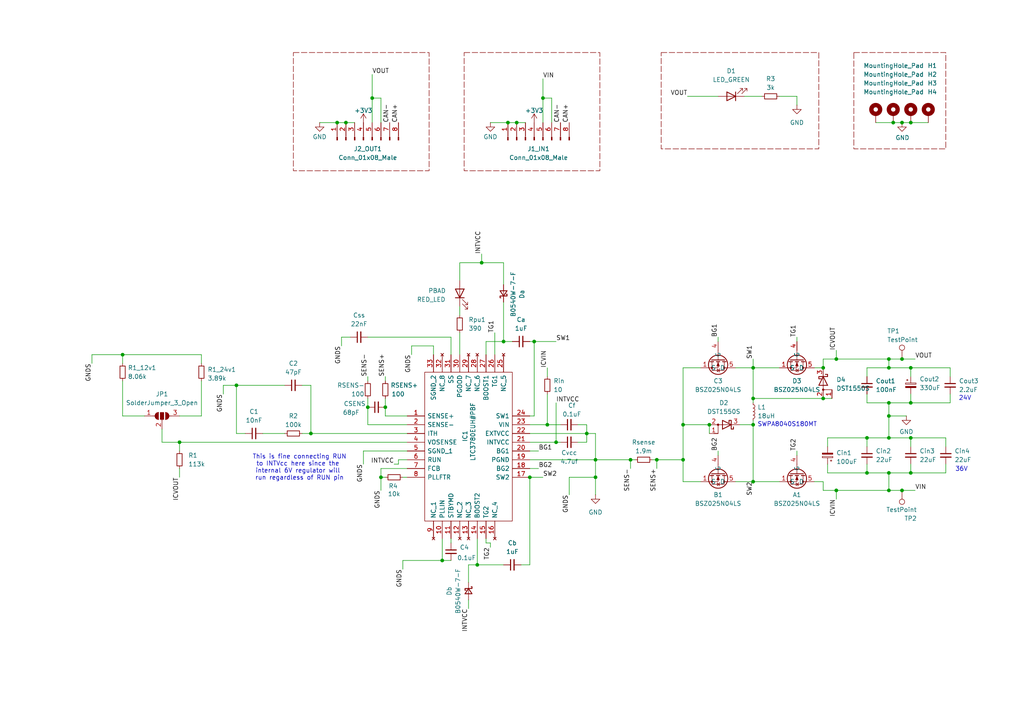
<source format=kicad_sch>
(kicad_sch (version 20250114) (generator "eeschema") (generator_version "9.0")
  (paper "A4")
  (lib_symbols
    (symbol "Connector:Conn_01x08_Male" (pin_names (offset 1.016) (hide yes))
      (property "Reference" "J" (at 0 10.16 0))
      (property "Value" "Conn_01x08_Male" (at 0 -12.7 0))
      (symbol "Conn_01x08_Male_1_1"
        (rectangle (start 0.8636 7.747) (end 0 7.493) (stroke (width 0.1524)) (fill (type outline)))
        (rectangle (start 0.8636 5.207) (end 0 4.953) (stroke (width 0.1524)) (fill (type outline)))
        (rectangle (start 0.8636 2.667) (end 0 2.413) (stroke (width 0.1524)) (fill (type outline)))
        (rectangle (start 0.8636 0.127) (end 0 -0.127) (stroke (width 0.1524)) (fill (type outline)))
        (rectangle (start 0.8636 -2.413) (end 0 -2.667) (stroke (width 0.1524)) (fill (type outline)))
        (rectangle (start 0.8636 -4.953) (end 0 -5.207) (stroke (width 0.1524)) (fill (type outline)))
        (rectangle (start 0.8636 -7.493) (end 0 -7.747) (stroke (width 0.1524)) (fill (type outline)))
        (rectangle (start 0.8636 -10.033) (end 0 -10.287) (stroke (width 0.1524)) (fill (type outline)))
        (polyline (pts (xy 1.27 7.62) (xy 0.8636 7.62)) (stroke (width 0.1524)))
        (polyline (pts (xy 1.27 5.08) (xy 0.8636 5.08)) (stroke (width 0.1524)))
        (polyline (pts (xy 1.27 2.54) (xy 0.8636 2.54)) (stroke (width 0.1524)))
        (polyline (pts (xy 1.27 0) (xy 0.8636 0)) (stroke (width 0.1524)))
        (polyline (pts (xy 1.27 -2.54) (xy 0.8636 -2.54)) (stroke (width 0.1524)))
        (polyline (pts (xy 1.27 -5.08) (xy 0.8636 -5.08)) (stroke (width 0.1524)))
        (polyline (pts (xy 1.27 -7.62) (xy 0.8636 -7.62)) (stroke (width 0.1524)))
        (polyline (pts (xy 1.27 -10.16) (xy 0.8636 -10.16)) (stroke (width 0.1524)))
        (pin passive line (at 5.08 7.62 180) (length 3.81) (name "Pin_1") (number "1"))
        (pin passive line (at 5.08 5.08 180) (length 3.81) (name "Pin_2") (number "2"))
        (pin passive line (at 5.08 2.54 180) (length 3.81) (name "Pin_3") (number "3"))
        (pin passive line (at 5.08 0 180) (length 3.81) (name "Pin_4") (number "4"))
        (pin passive line (at 5.08 -2.54 180) (length 3.81) (name "Pin_5") (number "5"))
        (pin passive line (at 5.08 -5.08 180) (length 3.81) (name "Pin_6") (number "6"))
        (pin passive line (at 5.08 -7.62 180) (length 3.81) (name "Pin_7") (number "7"))
        (pin passive line (at 5.08 -10.16 180) (length 3.81) (name "Pin_8") (number "8"))
      )
    )
    (symbol "Connector:TestPoint" (pin_numbers (hide yes)) (pin_names (offset 0.762) (hide yes))
      (property "Reference" "TP" (at 0 6.858 0))
      (property "Value" "TestPoint" (at 0 5.08 0))
      (symbol "TestPoint_0_1"
        (circle (center 0 3.302) (radius 0.762))
      )
      (symbol "TestPoint_1_1"
        (pin passive line (at 0 0 90) (length 2.54) (name "1") (number "1"))
      )
    )
    (symbol "Device:C_Polarized_Small" (pin_numbers (hide yes)) (pin_names (offset 0.254) (hide yes))
      (property "Reference" "C" (at 0.254 1.778 0))
      (property "Value" "C_Polarized_Small" (at 0.254 -2.032 0))
      (symbol "C_Polarized_Small_0_1"
        (rectangle (start -1.524 0.6858) (end 1.524 0.3048))
        (rectangle (start -1.524 -0.3048) (end 1.524 -0.6858) (fill (type outline)))
        (polyline (pts (xy -1.27 1.524) (xy -0.762 1.524)))
        (polyline (pts (xy -1.016 1.27) (xy -1.016 1.778)))
      )
      (symbol "C_Polarized_Small_1_1"
        (pin passive line (at 0 2.54 270) (length 1.8542) (name "~") (number "1"))
        (pin passive line (at 0 -2.54 90) (length 1.8542) (name "~") (number "2"))
      )
    )
    (symbol "Device:C_Small" (pin_numbers (hide yes)) (pin_names (offset 0.254) (hide yes))
      (property "Reference" "C" (at 0.254 1.778 0))
      (property "Value" "C_Small" (at 0.254 -2.032 0))
      (symbol "C_Small_0_1"
        (polyline (pts (xy -1.524 0.508) (xy 1.524 0.508)) (stroke (width 0.3048)))
        (polyline (pts (xy -1.524 -0.508) (xy 1.524 -0.508)) (stroke (width 0.3302)))
      )
      (symbol "C_Small_1_1"
        (pin passive line (at 0 2.54 270) (length 2.032) (name "~") (number "1"))
        (pin passive line (at 0 -2.54 90) (length 2.032) (name "~") (number "2"))
      )
    )
    (symbol "Device:D_Schottky_AAK" (pin_names (offset 0) (hide yes))
      (property "Reference" "D" (at 0 2.54 0))
      (property "Value" "D_Schottky_AAK" (at 0 -2.54 0))
      (symbol "D_Schottky_AAK_0_1"
        (polyline (pts (xy -1.905 0.635) (xy -1.905 1.27) (xy -1.27 1.27) (xy -1.27 -1.27) (xy -0.635 -1.27) (xy -0.635 -0.635)) (stroke (width 0.254)))
        (polyline (pts (xy 1.27 1.27) (xy 1.27 -1.27) (xy -1.27 0) (xy 1.27 1.27)) (stroke (width 0.254)))
        (circle (center 2.54 0) (radius 0.254) (fill (type outline)))
        (polyline (pts (xy 3.81 2.54) (xy 2.54 2.54) (xy 2.54 0) (xy -1.27 0)))
      )
      (symbol "D_Schottky_AAK_1_1"
        (pin passive line (at -3.81 0 0) (length 2.54) (name "K") (number "3"))
        (pin passive line (at 5.08 2.54 180) (length 2.54) (name "A") (number "1"))
        (pin passive line (at 5.08 0 180) (length 2.54) (name "A") (number "2"))
      )
    )
    (symbol "Device:D_Schottky_Small" (pin_numbers (hide yes)) (pin_names (offset 0.254) (hide yes))
      (property "Reference" "D" (at -1.27 2.032 0))
      (property "Value" "D_Schottky_Small" (at -7.112 -2.032 0))
      (symbol "D_Schottky_Small_0_1"
        (polyline (pts (xy -1.27 0.762) (xy -1.27 1.016) (xy -0.762 1.016) (xy -0.762 -1.016) (xy -0.254 -1.016) (xy -0.254 -0.762)) (stroke (width 0.254)))
        (polyline (pts (xy -0.762 0) (xy 0.762 0)))
        (polyline (pts (xy 0.762 -1.016) (xy -0.762 0) (xy 0.762 1.016) (xy 0.762 -1.016)) (stroke (width 0.254)))
      )
      (symbol "D_Schottky_Small_1_1"
        (pin passive line (at -2.54 0 0) (length 1.778) (name "K") (number "1"))
        (pin passive line (at 2.54 0 180) (length 1.778) (name "A") (number "2"))
      )
    )
    (symbol "Device:LED" (pin_numbers (hide yes)) (pin_names (offset 1.016) (hide yes))
      (property "Reference" "D" (at 0 2.54 0))
      (property "Value" "LED" (at 0 -2.54 0))
      (symbol "LED_0_1"
        (polyline (pts (xy -3.048 -0.762) (xy -4.572 -2.286) (xy -3.81 -2.286) (xy -4.572 -2.286) (xy -4.572 -1.524)))
        (polyline (pts (xy -1.778 -0.762) (xy -3.302 -2.286) (xy -2.54 -2.286) (xy -3.302 -2.286) (xy -3.302 -1.524)))
        (polyline (pts (xy -1.27 0) (xy 1.27 0)))
        (polyline (pts (xy -1.27 -1.27) (xy -1.27 1.27)) (stroke (width 0.254)))
        (polyline (pts (xy 1.27 -1.27) (xy 1.27 1.27) (xy -1.27 0) (xy 1.27 -1.27)) (stroke (width 0.254)))
      )
      (symbol "LED_1_1"
        (pin passive line (at -3.81 0 0) (length 2.54) (name "K") (number "1"))
        (pin passive line (at 3.81 0 180) (length 2.54) (name "A") (number "2"))
      )
    )
    (symbol "Device:L_Small" (pin_numbers (hide yes)) (pin_names (offset 0.254) (hide yes))
      (property "Reference" "L" (at 0.762 1.016 0))
      (property "Value" "L_Small" (at 0.762 -1.016 0))
      (symbol "L_Small_0_1"
        (arc (start 0 2.032) (mid 0.5058 1.524) (end 0 1.016))
        (arc (start 0 1.016) (mid 0.5058 0.508) (end 0 0))
        (arc (start 0 0) (mid 0.5058 -0.508) (end 0 -1.016))
        (arc (start 0 -1.016) (mid 0.5058 -1.524) (end 0 -2.032))
      )
      (symbol "L_Small_1_1"
        (pin passive line (at 0 2.54 270) (length 0.508) (name "~") (number "1"))
        (pin passive line (at 0 -2.54 90) (length 0.508) (name "~") (number "2"))
      )
    )
    (symbol "Device:R_Small" (pin_numbers (hide yes)) (pin_names (offset 0.254) (hide yes))
      (property "Reference" "R" (at 0.762 0.508 0))
      (property "Value" "R_Small" (at 0.762 -1.016 0))
      (symbol "R_Small_0_1"
        (rectangle (start -0.762 1.778) (end 0.762 -1.778) (stroke (width 0.2032)))
      )
      (symbol "R_Small_1_1"
        (pin passive line (at 0 2.54 270) (length 0.762) (name "~") (number "1"))
        (pin passive line (at 0 -2.54 90) (length 0.762) (name "~") (number "2"))
      )
    )
    (symbol "Jumper:SolderJumper_3_Open" (pin_names (offset 0) (hide yes)) (exclude_from_sim yes) (in_bom no)
      (property "Reference" "JP" (at -2.54 -2.54 0))
      (property "Value" "SolderJumper_3_Open" (at 0 2.794 0))
      (symbol "SolderJumper_3_Open_0_1"
        (polyline (pts (xy -2.54 0) (xy -2.032 0)))
        (polyline (pts (xy -1.016 1.016) (xy -1.016 -1.016)))
        (arc (start -1.016 -1.016) (mid -2.0276 0) (end -1.016 1.016))
        (arc (start -1.016 -1.016) (mid -2.0276 0) (end -1.016 1.016) (fill (type outline)))
        (rectangle (start -0.508 1.016) (end 0.508 -1.016) (fill (type outline)))
        (polyline (pts (xy 0 -1.27) (xy 0 -1.016)))
        (arc (start 1.016 1.016) (mid 2.0276 0) (end 1.016 -1.016))
        (arc (start 1.016 1.016) (mid 2.0276 0) (end 1.016 -1.016) (fill (type outline)))
        (polyline (pts (xy 1.016 1.016) (xy 1.016 -1.016)))
        (polyline (pts (xy 2.54 0) (xy 2.032 0)))
      )
      (symbol "SolderJumper_3_Open_1_1"
        (pin passive line (at -5.08 0 0) (length 2.54) (name "A") (number "1"))
        (pin passive line (at 0 -3.81 90) (length 2.54) (name "C") (number "2"))
        (pin passive line (at 5.08 0 180) (length 2.54) (name "B") (number "3"))
      )
    )
    (symbol "LTC3780EUH#PBF:LTC3780EUH#PBF" (pin_names (offset 0.762))
      (property "Reference" "IC1" (at 16.764 -5.842 90))
      (property "Value" "LTC3780EUH#PBF" (at 19.05 -4.572 90))
      (symbol "LTC3780EUH#PBF_0_0"
        (pin passive line (at 0 0 0) (length 5.08) (name "SENSE+") (number "1"))
        (pin passive line (at 0 -2.54 0) (length 5.08) (name "SENSE-") (number "2"))
        (pin passive line (at 0 -5.08 0) (length 5.08) (name "ITH") (number "3"))
        (pin passive line (at 0 -7.62 0) (length 5.08) (name "VOSENSE") (number "4"))
        (pin passive line (at 0 -10.16 0) (length 5.08) (name "SGND_1") (number "5"))
        (pin passive line (at 0 -12.7 0) (length 5.08) (name "RUN") (number "6"))
        (pin passive line (at 0 -15.24 0) (length 5.08) (name "FCB") (number "7"))
        (pin passive line (at 7.62 17.78 270) (length 5.08) (name "SGND_2") (number "33"))
        (pin passive line (at 10.16 -35.56 90) (length 5.08) (name "PLLIN") (number "10"))
        (pin passive line (at 12.7 17.78 270) (length 5.08) (name "SS") (number "31"))
        (pin passive line (at 12.7 -35.56 90) (length 5.08) (name "STBYMD") (number "11"))
        (pin passive line (at 15.24 17.78 270) (length 5.08) (name "PGOOD") (number "30"))
        (pin passive line (at 20.32 -35.56 90) (length 5.08) (name "BOOST2") (number "14"))
        (pin passive line (at 22.86 17.78 270) (length 5.08) (name "BOOST1") (number "27"))
        (pin passive line (at 22.86 -35.56 90) (length 5.08) (name "TG2") (number "15"))
        (pin passive line (at 25.4 17.78 270) (length 5.08) (name "TG1") (number "26"))
        (pin passive line (at 35.56 0 180) (length 5.08) (name "SW1") (number "24"))
        (pin passive line (at 35.56 -2.54 180) (length 5.08) (name "VIN") (number "23"))
        (pin passive line (at 35.56 -5.08 180) (length 5.08) (name "EXTVCC") (number "22"))
        (pin passive line (at 35.56 -7.62 180) (length 5.08) (name "INTVCC") (number "21"))
        (pin passive line (at 35.56 -10.16 180) (length 5.08) (name "BG1") (number "20"))
        (pin passive line (at 35.56 -12.7 180) (length 5.08) (name "PGND") (number "19"))
        (pin passive line (at 35.56 -15.24 180) (length 5.08) (name "BG2") (number "18"))
        (pin passive line (at 35.56 -17.78 180) (length 5.08) (name "SW2") (number "17"))
      )
      (symbol "LTC3780EUH#PBF_0_1"
        (polyline (pts (xy 5.08 12.7) (xy 30.48 12.7) (xy 30.48 -30.48) (xy 5.08 -30.48) (xy 5.08 12.7)) (stroke (width 0.1524)))
      )
      (symbol "LTC3780EUH#PBF_1_0"
        (pin passive line (at 0 -17.78 0) (length 5.08) (name "PLLFTR") (number "8"))
        (pin no_connect line (at 7.62 -35.56 90) (length 5.08) (name "NC_1") (number "9"))
        (pin no_connect line (at 10.16 17.78 270) (length 5.08) (name "NC_8") (number "32"))
        (pin no_connect line (at 15.24 -35.56 90) (length 5.08) (name "NC_2") (number "12"))
        (pin no_connect line (at 17.78 17.78 270) (length 5.08) (name "NC_7") (number "29"))
        (pin no_connect line (at 17.78 -35.56 90) (length 5.08) (name "NC_3") (number "13"))
        (pin no_connect line (at 20.32 17.78 270) (length 5.08) (name "NC_6") (number "28"))
        (pin no_connect line (at 25.4 -35.56 90) (length 5.08) (name "NC_4") (number "16"))
        (pin no_connect line (at 27.94 17.78 270) (length 5.08) (name "NC_5") (number "25"))
      )
    )
    (symbol "Mechanical:MountingHole_Pad" (pin_numbers (hide yes)) (pin_names (offset 1.016) (hide yes))
      (property "Reference" "H" (at 0 6.35 0))
      (property "Value" "MountingHole_Pad" (at 0 4.445 0))
      (symbol "MountingHole_Pad_0_1"
        (circle (center 0 1.27) (radius 1.27) (stroke (width 1.27)))
      )
      (symbol "MountingHole_Pad_1_1"
        (pin input line (at 0 -2.54 90) (length 2.54) (name "1") (number "1"))
      )
    )
    (symbol "iclr:BSZ025N04LS"
      (property "Reference" "Q" (at -0.762 15.748 0))
      (property "Value" "BSZ025N04LS" (at -6.604 13.208 0))
      (symbol "BSZ025N04LS_0_1"
        (polyline (pts (xy -1.016 1.905) (xy -1.016 -1.905)) (stroke (width 0.254)))
        (polyline (pts (xy -1.016 0) (xy -3.81 0)))
        (polyline (pts (xy -0.508 2.286) (xy -0.508 1.27)) (stroke (width 0.254)))
        (polyline (pts (xy -0.508 0.508) (xy -0.508 -0.508)) (stroke (width 0.254)))
        (polyline (pts (xy -0.508 -1.27) (xy -0.508 -2.286)) (stroke (width 0.254)))
        (polyline (pts (xy -0.508 -1.778) (xy 2.032 -1.778) (xy 2.032 1.778) (xy -0.508 1.778)))
        (polyline (pts (xy -0.254 0) (xy 0.762 0.381) (xy 0.762 -0.381) (xy -0.254 0)) (fill (type outline)))
        (circle (center 0.381 0) (radius 2.794) (stroke (width 0.254)))
        (polyline (pts (xy 1.27 2.54) (xy 1.27 1.778)))
        (circle (center 1.27 1.778) (radius 0.254) (fill (type outline)))
        (circle (center 1.27 -1.778) (radius 0.254) (fill (type outline)))
        (polyline (pts (xy 1.27 -2.54) (xy 1.27 0) (xy -0.508 0)))
        (polyline (pts (xy 1.524 0.508) (xy 1.651 0.381) (xy 2.413 0.381) (xy 2.54 0.254)))
        (polyline (pts (xy 2.032 0.381) (xy 1.651 -0.254) (xy 2.413 -0.254) (xy 2.032 0.381)))
      )
      (symbol "BSZ025N04LS_1_1"
        (pin input line (at -6.35 0 0) (length 2.54) (name "G") (number "4"))
        (pin passive line (at 1.27 5.08 270) (length 2.54) (name "D") (number "5"))
        (pin passive line (at 1.27 5.08 270) (length 2.54) (hide yes) (name "D") (number "6"))
        (pin passive line (at 1.27 5.08 270) (length 2.54) (hide yes) (name "D") (number "7"))
        (pin passive line (at 1.27 5.08 270) (length 2.54) (hide yes) (name "D") (number "8"))
        (pin passive line (at 1.27 5.08 270) (length 2.54) (hide yes) (name "D") (number "A5"))
        (pin passive line (at 1.27 -5.08 90) (length 2.54) (name "S") (number "1"))
        (pin passive line (at 1.27 -5.08 90) (length 2.54) (hide yes) (name "S") (number "2"))
        (pin passive line (at 1.27 -5.08 90) (length 2.54) (hide yes) (name "S") (number "3"))
        (pin passive line (at 1.27 -5.08 90) (length 2.54) (hide yes) (name "S") (number "A1"))
      )
    )
    (symbol "power:+3V3" (power) (pin_names (offset 0))
      (property "Value" "+3V3" (at 0 3.556 0))
      (symbol "+3V3_0_1"
        (polyline (pts (xy -0.762 1.27) (xy 0 2.54)))
        (polyline (pts (xy 0 2.54) (xy 0.762 1.27)))
        (polyline (pts (xy 0 0) (xy 0 2.54)))
      )
      (symbol "+3V3_1_1"
        (pin power_in line (at 0 0 90) (length 0) (hide yes) (name "+3V3") (number "1"))
      )
    )
    (symbol "power:GND" (power) (pin_numbers (hide yes)) (pin_names (offset 0) (hide yes))
      (property "Value" "GND" (at 0 -3.81 0))
      (symbol "GND_0_1"
        (polyline (pts (xy 0 0) (xy 0 -1.27) (xy 1.27 -1.27) (xy 0 -2.54) (xy -1.27 -1.27) (xy 0 -1.27)))
      )
      (symbol "GND_1_1"
        (pin power_in line (at 0 0 270) (length 0) (name "~") (number "1"))
      )
    )
  )
  (rectangle (start 85.09 15.24) (end 124.46 49.53) (stroke (width 0) (type dash) (color 132 0 0 1)))
  (rectangle (start 134.62 15.24) (end 173.99 49.53) (stroke (width 0) (type dash) (color 132 0 0 1)))
  (rectangle (start 247.65 15.24) (end 274.32 43.18) (stroke (width 0) (type dash) (color 132 0 0 1)))
  (rectangle (start 191.77 15.24) (end 237.49 43.18) (stroke (width 0) (type dash) (color 132 0 0 1)))
  (text "SWPA8040S180MT" (at 228.346 123.19 0) (effects (font (size 1.27 1.27))))
  (text "This is fine connecting RUN\nto INTVcc here since the \ninternal 6V regulator will \nrun regardless of RUN pin" (at 86.868 135.636 0) (effects (font (size 1.27 1.27))))
  (text "24V" (at 279.908 115.57 0) (effects (font (size 1.27 1.27))))
  (text "36V" (at 278.892 136.144 0) (effects (font (size 1.27 1.27))))
  (junction (at 257.81 116.84))
  (junction (at 157.48 28.448))
  (junction (at 218.44 123.19))
  (junction (at 198.12 123.19))
  (junction (at 261.62 104.14))
  (junction (at 149.86 35.56))
  (junction (at 251.46 137.16))
  (junction (at 257.81 104.14))
  (junction (at 128.27 162.56))
  (junction (at 107.95 28.448))
  (junction (at 238.76 115.57))
  (junction (at 218.44 139.7))
  (junction (at 259.08 35.56))
  (junction (at 35.56 102.87))
  (junction (at 264.16 116.84))
  (junction (at 198.12 133.35))
  (junction (at 190.5 133.35))
  (junction (at 68.58 111.76))
  (junction (at 106.68 118.11))
  (junction (at 261.62 35.56))
  (junction (at 161.29 128.27))
  (junction (at 242.57 104.14))
  (junction (at 139.7 76.2))
  (junction (at 52.07 128.27))
  (junction (at 218.44 115.57))
  (junction (at 257.81 120.65))
  (junction (at 257.81 142.24))
  (junction (at 218.44 106.68))
  (junction (at 172.72 138.43))
  (junction (at 172.72 133.35))
  (junction (at 138.43 163.83))
  (junction (at 111.76 118.11))
  (junction (at 257.81 137.16))
  (junction (at 238.76 106.68))
  (junction (at 257.81 127))
  (junction (at 153.67 138.43))
  (junction (at 97.79 35.56))
  (junction (at 264.16 35.56))
  (junction (at 242.57 142.24))
  (junction (at 205.74 123.19))
  (junction (at 264.16 137.16))
  (junction (at 146.05 99.06))
  (junction (at 264.16 106.68))
  (junction (at 261.62 142.24))
  (junction (at 257.81 106.68))
  (junction (at 147.32 35.56))
  (junction (at 170.18 125.73))
  (junction (at 154.94 99.06))
  (junction (at 110.49 138.43))
  (junction (at 264.16 127))
  (junction (at 100.33 35.56))
  (junction (at 158.75 123.19))
  (junction (at 90.17 125.73))
  (junction (at 251.46 127))
  (junction (at 182.88 133.35))
  (wire (pts (xy 140.97 99.06) (xy 140.97 102.87)))
  (wire (pts (xy 115.57 133.35) (xy 118.11 133.35)))
  (wire (pts (xy 257.81 116.84) (xy 264.16 116.84)))
  (wire (pts (xy 153.67 135.89) (xy 156.21 135.89)))
  (wire (pts (xy 208.28 97.79) (xy 208.28 99.06)))
  (wire (pts (xy 107.95 21.59) (xy 107.95 28.448)))
  (wire (pts (xy 107.95 28.448) (xy 107.95 35.56)))
  (wire (pts (xy 264.16 114.3) (xy 264.16 116.84)))
  (wire (pts (xy 264.16 35.56) (xy 261.62 35.56)))
  (wire (pts (xy 143.51 96.52) (xy 143.51 102.87)))
  (wire (pts (xy 153.67 130.81) (xy 156.21 130.81)))
  (wire (pts (xy 218.44 106.68) (xy 218.44 115.57)))
  (wire (pts (xy 259.08 35.56) (xy 254 35.56)))
  (wire (pts (xy 26.67 102.87) (xy 26.67 105.41)))
  (wire (pts (xy 135.89 168.91) (xy 135.89 163.83)))
  (wire (pts (xy 203.2 106.68) (xy 198.12 106.68)))
  (wire (pts (xy 251.46 127) (xy 257.81 127)))
  (wire (pts (xy 240.03 137.16) (xy 251.46 137.16)))
  (wire (pts (xy 257.81 142.24) (xy 261.62 142.24)))
  (wire (pts (xy 218.44 121.92) (xy 218.44 123.19)))
  (wire (pts (xy 110.49 138.43) (xy 111.76 138.43)))
  (wire (pts (xy 242.57 101.6) (xy 242.57 104.14)))
  (wire (pts (xy 58.42 110.49) (xy 58.42 120.65)))
  (wire (pts (xy 68.58 111.76) (xy 64.77 111.76)))
  (wire (pts (xy 97.79 35.56) (xy 100.33 35.56)))
  (wire (pts (xy 106.68 97.79) (xy 130.81 97.79)))
  (wire (pts (xy 218.44 115.57) (xy 238.76 115.57)))
  (wire (pts (xy 133.35 88.9) (xy 133.35 91.44)))
  (wire (pts (xy 46.99 124.46) (xy 46.99 128.27)))
  (wire (pts (xy 240.03 127) (xy 240.03 129.54)))
  (wire (pts (xy 87.63 125.73) (xy 90.17 125.73)))
  (wire (pts (xy 154.94 99.06) (xy 154.94 120.65)))
  (wire (pts (xy 215.9 27.94) (xy 220.98 27.94)))
  (wire (pts (xy 71.12 125.73) (xy 68.58 125.73)))
  (wire (pts (xy 116.84 162.56) (xy 116.84 165.1)))
  (wire (pts (xy 269.24 35.56) (xy 264.16 35.56)))
  (wire (pts (xy 128.27 162.56) (xy 130.81 162.56)))
  (wire (pts (xy 128.27 156.21) (xy 128.27 162.56)))
  (wire (pts (xy 190.5 133.35) (xy 198.12 133.35)))
  (wire (pts (xy 257.81 137.16) (xy 257.81 142.24)))
  (wire (pts (xy 182.88 133.35) (xy 184.15 133.35)))
  (wire (pts (xy 198.12 133.35) (xy 198.12 139.7)))
  (wire (pts (xy 116.84 162.56) (xy 128.27 162.56)))
  (wire (pts (xy 160.02 28.448) (xy 160.02 35.56)))
  (wire (pts (xy 115.57 134.62) (xy 115.57 133.35)))
  (wire (pts (xy 130.81 97.79) (xy 130.81 102.87)))
  (wire (pts (xy 264.16 106.68) (xy 264.16 109.22)))
  (wire (pts (xy 115.57 134.62) (xy 114.3 134.62)))
  (wire (pts (xy 208.28 130.81) (xy 208.28 132.08)))
  (wire (pts (xy 172.72 143.51) (xy 172.72 138.43)))
  (wire (pts (xy 238.76 115.57) (xy 241.3 115.57)))
  (wire (pts (xy 105.41 130.81) (xy 118.11 130.81)))
  (wire (pts (xy 135.89 176.53) (xy 135.89 173.99)))
  (wire (pts (xy 153.67 125.73) (xy 170.18 125.73)))
  (wire (pts (xy 106.68 109.22) (xy 106.68 110.49)))
  (wire (pts (xy 106.68 118.11) (xy 106.68 123.19)))
  (wire (pts (xy 35.56 102.87) (xy 58.42 102.87)))
  (wire (pts (xy 41.91 120.65) (xy 35.56 120.65)))
  (wire (pts (xy 165.1 138.43) (xy 172.72 138.43)))
  (wire (pts (xy 35.56 102.87) (xy 35.56 105.41)))
  (wire (pts (xy 158.75 106.68) (xy 158.75 109.22)))
  (wire (pts (xy 139.7 73.66) (xy 139.7 76.2)))
  (wire (pts (xy 26.67 102.87) (xy 35.56 102.87)))
  (wire (pts (xy 242.57 104.14) (xy 238.76 104.14)))
  (wire (pts (xy 116.84 138.43) (xy 118.11 138.43)))
  (wire (pts (xy 146.05 76.2) (xy 146.05 82.55)))
  (wire (pts (xy 140.97 157.48) (xy 140.97 156.21)))
  (wire (pts (xy 139.7 76.2) (xy 146.05 76.2)))
  (wire (pts (xy 218.44 139.7) (xy 226.06 139.7)))
  (wire (pts (xy 264.16 137.16) (xy 274.32 137.16)))
  (wire (pts (xy 172.72 125.73) (xy 172.72 133.35)))
  (wire (pts (xy 275.59 109.22) (xy 275.59 106.68)))
  (wire (pts (xy 157.48 22.86) (xy 157.48 28.448)))
  (wire (pts (xy 170.18 128.27) (xy 170.18 125.73)))
  (wire (pts (xy 218.44 106.68) (xy 226.06 106.68)))
  (wire (pts (xy 251.46 137.16) (xy 257.81 137.16)))
  (wire (pts (xy 275.59 106.68) (xy 264.16 106.68)))
  (wire (pts (xy 105.41 130.81) (xy 105.41 134.62)))
  (wire (pts (xy 231.14 130.81) (xy 231.14 132.08)))
  (wire (pts (xy 119.38 100.33) (xy 119.38 102.87)))
  (wire (pts (xy 154.94 99.06) (xy 153.67 99.06)))
  (wire (pts (xy 153.67 123.19) (xy 158.75 123.19)))
  (wire (pts (xy 111.76 109.22) (xy 111.76 110.49)))
  (wire (pts (xy 167.64 128.27) (xy 170.18 128.27)))
  (wire (pts (xy 257.81 120.65) (xy 262.89 120.65)))
  (wire (pts (xy 133.35 76.2) (xy 133.35 81.28)))
  (wire (pts (xy 146.05 99.06) (xy 148.59 99.06)))
  (wire (pts (xy 110.49 135.89) (xy 110.49 138.43)))
  (wire (pts (xy 119.38 100.33) (xy 125.73 100.33)))
  (wire (pts (xy 90.17 111.76) (xy 90.17 125.73)))
  (wire (pts (xy 251.46 134.62) (xy 251.46 137.16)))
  (wire (pts (xy 111.76 115.57) (xy 111.76 118.11)))
  (wire (pts (xy 251.46 109.22) (xy 251.46 106.68)))
  (wire (pts (xy 149.86 35.56) (xy 152.4 35.56)))
  (wire (pts (xy 257.81 116.84) (xy 257.81 120.65)))
  (wire (pts (xy 90.17 125.73) (xy 118.11 125.73)))
  (wire (pts (xy 231.14 97.79) (xy 231.14 99.06)))
  (wire (pts (xy 153.67 138.43) (xy 157.48 138.43)))
  (wire (pts (xy 170.18 123.19) (xy 170.18 125.73)))
  (wire (pts (xy 157.48 28.448) (xy 160.02 28.448)))
  (wire (pts (xy 261.62 104.14) (xy 265.43 104.14)))
  (wire (pts (xy 251.46 127) (xy 240.03 127)))
  (wire (pts (xy 76.2 125.73) (xy 82.55 125.73)))
  (wire (pts (xy 199.39 27.94) (xy 208.28 27.94)))
  (wire (pts (xy 218.44 123.19) (xy 218.44 139.7)))
  (wire (pts (xy 264.16 127) (xy 264.16 129.54)))
  (wire (pts (xy 154.94 99.06) (xy 161.29 99.06)))
  (wire (pts (xy 153.67 128.27) (xy 161.29 128.27)))
  (wire (pts (xy 274.32 129.54) (xy 274.32 127)))
  (wire (pts (xy 125.73 100.33) (xy 125.73 102.87)))
  (wire (pts (xy 264.16 134.62) (xy 264.16 137.16)))
  (wire (pts (xy 106.68 115.57) (xy 106.68 118.11)))
  (wire (pts (xy 261.62 142.24) (xy 265.43 142.24)))
  (wire (pts (xy 251.46 116.84) (xy 257.81 116.84)))
  (wire (pts (xy 35.56 110.49) (xy 35.56 120.65)))
  (wire (pts (xy 52.07 128.27) (xy 118.11 128.27)))
  (wire (pts (xy 153.67 120.65) (xy 154.94 120.65)))
  (wire (pts (xy 182.88 133.35) (xy 182.88 135.89)))
  (wire (pts (xy 158.75 123.19) (xy 162.56 123.19)))
  (wire (pts (xy 257.81 106.68) (xy 264.16 106.68)))
  (wire (pts (xy 99.06 100.33) (xy 99.06 97.79)))
  (wire (pts (xy 205.74 123.19) (xy 205.74 125.73)))
  (wire (pts (xy 261.62 35.56) (xy 259.08 35.56)))
  (wire (pts (xy 264.16 116.84) (xy 275.59 116.84)))
  (wire (pts (xy 257.81 120.65) (xy 257.81 127)))
  (wire (pts (xy 238.76 139.7) (xy 238.76 142.24)))
  (wire (pts (xy 165.1 143.51) (xy 165.1 138.43)))
  (wire (pts (xy 198.12 123.19) (xy 205.74 123.19)))
  (wire (pts (xy 157.48 28.448) (xy 157.48 35.56)))
  (wire (pts (xy 146.05 87.63) (xy 146.05 99.06)))
  (wire (pts (xy 161.29 128.27) (xy 162.56 128.27)))
  (wire (pts (xy 52.07 128.27) (xy 46.99 128.27)))
  (wire (pts (xy 68.58 111.76) (xy 82.55 111.76)))
  (wire (pts (xy 138.43 163.83) (xy 146.05 163.83)))
  (wire (pts (xy 68.58 125.73) (xy 68.58 111.76)))
  (wire (pts (xy 251.46 114.3) (xy 251.46 116.84)))
  (wire (pts (xy 161.29 116.84) (xy 161.29 128.27)))
  (wire (pts (xy 231.14 27.94) (xy 231.14 30.48)))
  (wire (pts (xy 213.36 106.68) (xy 218.44 106.68)))
  (wire (pts (xy 257.81 137.16) (xy 264.16 137.16)))
  (wire (pts (xy 238.76 142.24) (xy 242.57 142.24)))
  (wire (pts (xy 64.77 111.76) (xy 64.77 114.3)))
  (wire (pts (xy 172.72 138.43) (xy 172.72 133.35)))
  (wire (pts (xy 133.35 102.87) (xy 133.35 96.52)))
  (wire (pts (xy 135.89 163.83) (xy 138.43 163.83)))
  (wire (pts (xy 118.11 120.65) (xy 111.76 120.65)))
  (wire (pts (xy 87.63 111.76) (xy 90.17 111.76)))
  (wire (pts (xy 153.67 163.83) (xy 153.67 138.43)))
  (wire (pts (xy 274.32 134.62) (xy 274.32 137.16)))
  (wire (pts (xy 110.49 138.43) (xy 110.49 142.24)))
  (wire (pts (xy 92.71 35.56) (xy 97.79 35.56)))
  (wire (pts (xy 190.5 135.89) (xy 190.5 133.35)))
  (wire (pts (xy 242.57 104.14) (xy 257.81 104.14)))
  (wire (pts (xy 151.13 163.83) (xy 153.67 163.83)))
  (wire (pts (xy 275.59 116.84) (xy 275.59 114.3)))
  (wire (pts (xy 240.03 134.62) (xy 240.03 137.16)))
  (wire (pts (xy 242.57 142.24) (xy 257.81 142.24)))
  (wire (pts (xy 214.63 123.19) (xy 218.44 123.19)))
  (wire (pts (xy 238.76 104.14) (xy 238.76 106.68)))
  (wire (pts (xy 198.12 106.68) (xy 198.12 123.19)))
  (wire (pts (xy 100.33 35.56) (xy 102.87 35.56)))
  (wire (pts (xy 264.16 127) (xy 274.32 127)))
  (wire (pts (xy 257.81 127) (xy 264.16 127)))
  (wire (pts (xy 198.12 123.19) (xy 198.12 133.35)))
  (wire (pts (xy 158.75 114.3) (xy 158.75 123.19)))
  (wire (pts (xy 153.67 133.35) (xy 172.72 133.35)))
  (wire (pts (xy 110.49 28.448) (xy 110.49 35.56)))
  (wire (pts (xy 251.46 106.68) (xy 257.81 106.68)))
  (wire (pts (xy 111.76 118.11) (xy 111.76 120.65)))
  (wire (pts (xy 52.07 135.89) (xy 52.07 138.43)))
  (wire (pts (xy 198.12 139.7) (xy 203.2 139.7)))
  (wire (pts (xy 139.7 76.2) (xy 133.35 76.2)))
  (wire (pts (xy 99.06 97.79) (xy 101.6 97.79)))
  (wire (pts (xy 147.32 35.56) (xy 149.86 35.56)))
  (wire (pts (xy 172.72 133.35) (xy 182.88 133.35)))
  (wire (pts (xy 213.36 139.7) (xy 218.44 139.7)))
  (wire (pts (xy 257.81 104.14) (xy 261.62 104.14)))
  (wire (pts (xy 189.23 133.35) (xy 190.5 133.35)))
  (wire (pts (xy 218.44 116.84) (xy 218.44 115.57)))
  (wire (pts (xy 52.07 120.65) (xy 58.42 120.65)))
  (wire (pts (xy 236.22 106.68) (xy 238.76 106.68)))
  (wire (pts (xy 142.24 157.48) (xy 142.24 158.75)))
  (wire (pts (xy 142.24 157.48) (xy 140.97 157.48)))
  (wire (pts (xy 52.07 128.27) (xy 52.07 130.81)))
  (wire (pts (xy 138.43 156.21) (xy 138.43 163.83)))
  (wire (pts (xy 107.95 28.448) (xy 110.49 28.448)))
  (wire (pts (xy 170.18 125.73) (xy 172.72 125.73)))
  (wire (pts (xy 251.46 129.54) (xy 251.46 127)))
  (wire (pts (xy 142.24 35.56) (xy 147.32 35.56)))
  (wire (pts (xy 106.68 123.19) (xy 118.11 123.19)))
  (wire (pts (xy 140.97 99.06) (xy 146.05 99.06)))
  (wire (pts (xy 130.81 156.21) (xy 130.81 157.48)))
  (wire (pts (xy 242.57 142.24) (xy 242.57 144.78)))
  (wire (pts (xy 118.11 135.89) (xy 110.49 135.89)))
  (wire (pts (xy 257.81 104.14) (xy 257.81 106.68)))
  (wire (pts (xy 226.06 27.94) (xy 231.14 27.94)))
  (wire (pts (xy 236.22 139.7) (xy 238.76 139.7)))
  (wire (pts (xy 58.42 102.87) (xy 58.42 105.41)))
  (wire (pts (xy 167.64 123.19) (xy 170.18 123.19)))
  (wire (pts (xy 218.44 104.14) (xy 218.44 106.68)))
  (label "CAN+" (at 115.57 35.56 90))
  (label "SW1" (at 218.44 104.14 90))
  (label "SENS+" (at 111.76 109.22 90))
  (label "CAN+" (at 165.1 35.56 90))
  (label "CAN-" (at 162.56 35.56 90))
  (label "VOUT" (at 107.95 21.59 0))
  (label "TG1" (at 231.14 97.79 90))
  (label "INTVCC" (at 135.89 176.53 270))
  (label "GNDS" (at 99.06 100.33 270))
  (label "BG1" (at 208.28 97.79 90))
  (label "SENS+" (at 190.5 135.89 270))
  (label "VIN" (at 265.43 142.24 0))
  (label "TG2" (at 142.24 158.75 270))
  (label "GNDS" (at 26.67 105.41 270))
  (label "SW2" (at 157.48 138.43 0))
  (label "GNDS" (at 105.41 134.62 270))
  (label "ICVIN" (at 242.57 144.78 270))
  (label "SW1" (at 161.29 99.06 0))
  (label "ICVOUT" (at 242.57 101.6 90))
  (label "ICVIN" (at 158.75 106.68 90))
  (label "GNDS" (at 165.1 143.51 270))
  (label "VOUT" (at 199.39 27.94 180))
  (label "SENS-" (at 106.68 109.22 90))
  (label "GNDS" (at 119.38 102.87 270))
  (label "TG2" (at 231.14 130.81 90))
  (label "INTVCC" (at 114.3 134.62 180))
  (label "SW2" (at 218.44 139.7 270))
  (label "VOUT" (at 265.43 104.14 0))
  (label "ICVOUT" (at 52.07 138.43 270))
  (label "GNDS" (at 110.49 142.24 270))
  (label "INTVCC" (at 161.29 116.84 0))
  (label "INTVCC" (at 139.7 73.66 90))
  (label "BG2" (at 156.21 135.89 0))
  (label "VIN" (at 157.48 22.86 0))
  (label "GNDS" (at 116.84 165.1 270))
  (label "BG2" (at 208.28 130.81 90))
  (label "CAN-" (at 113.03 35.56 90))
  (label "BG1" (at 156.21 130.81 0))
  (label "SENS-" (at 182.88 135.89 270))
  (label "TG1" (at 143.51 96.52 90))
  (label "GNDS" (at 64.77 114.3 270))
  (symbol (lib_id "Device:R_Small") (at 114.3 138.43 90) (unit 1)
    (property "Reference" "R4" (at 114.046 140.97 90))
    (property "Value" "10k" (at 114.3 143.256 90))
    (property "Description" "Resistor, small symbol" (effects (hide yes)))
  )
  (symbol (lib_id "Device:D_Schottky_AAK") (at 210.82 123.19 180) (unit 1)
    (property "Reference" "D2" (at 209.931 116.84 0))
    (property "Value" "DST1550S" (at 209.931 119.38 0))
    (property "Footprint" "Package_TO_SOT_SMD:TO-277B" (effects (hide yes)))
  )
  (symbol (lib_id "Device:C_Small") (at 85.09 111.76 90) (unit 1)
    (property "Reference" "C2" (at 85.0963 105.41 90))
    (property "Value" "47pF" (at 85.0963 107.95 90))
    (property "Footprint" "Capacitor_SMD:C_0402_1005Metric" (effects (hide yes)))
    (property "Description" "Unpolarized capacitor, small symbol" (effects (hide yes)))
  )
  (symbol (lib_id "Device:C_Small") (at 274.32 132.08 0) (unit 1)
    (property "Reference" "Cin4" (at 276.86 130.8162 0) (effects (justify left)))
    (property "Value" "22uF" (at 276.86 133.3562 0) (effects (justify left)))
    (property "Footprint" "iclr:CAPC6050X550N" (effects (hide yes)))
    (property "Description" "Unpolarized capacitor, small symbol" (effects (hide yes)))
    (property "MFR" "CKG57NX5R1H226M500JH" (effects (hide yes)))
  )
  (symbol (lib_id "iclr:BSZ025N04LS") (at 231.14 138.43 270) (unit 1)
    (property "Reference" "A1" (at 231.14 143.51 90))
    (property "Value" "BSZ025N04LS" (at 231.14 146.05 90))
    (property "Footprint" "iclr:BSZ025N04LS" (effects (hide yes)))
    (property "Datasheet" "http://www.infineon.com/dgdl/DS_BSZ025N04LS_2_1.pdf?fileId=5546d46146d18cb40147204a34530283" (effects (hide yes)))
    (property "Description" "MOSFET MV POWER MOS MOSFET OptiMOS Power-MOSFET,40V" (effects (hide yes)))
    (property "Height" "1.1" (effects (hide yes)))
    (property "Manufacturer_Name" "Infineon" (effects (hide yes)))
    (property "Manufacturer_Part_Number" "BSZ025N04LS" (effects (hide yes)))
    (property "Mouser Part Number" "726-BSZ025N04LS" (effects (hide yes)))
    (property "Mouser Price/Stock" "https://www.mouser.co.uk/ProductDetail/Infineon-Technologies/BSZ025N04LS?qs=glduVv6OWv6ppMJu86R39g%3D%3D" (effects (hide yes)))
  )
  (symbol (lib_id "Mechanical:MountingHole_Pad") (at 259.08 33.02 0) (unit 1)
    (property "Reference" "H2" (at 271.78 21.59 0) (effects (justify right)))
    (property "Value" "MountingHole_Pad" (at 267.97 24.13 0) (effects (justify right)))
    (property "Footprint" "MountingHole:MountingHole_3.2mm_M3_DIN965_Pad" (effects (hide yes)))
  )
  (symbol (lib_id "Device:C_Small") (at 130.81 160.02 0) (unit 1)
    (property "Reference" "C4" (at 133.35 158.7562 0) (effects (justify left)))
    (property "Value" "0.1uF" (at 132.588 161.798 0) (effects (justify left)))
    (property "Description" "Unpolarized capacitor, small symbol" (effects (hide yes)))
  )
  (symbol (lib_id "Device:LED") (at 133.35 85.09 90) (unit 1)
    (property "Reference" "PBAD" (at 124.206 84.328 90) (effects (justify right)))
    (property "Value" "RED_LED" (at 120.904 86.868 90) (effects (justify right)))
    (property "Footprint" "LED_SMD:LED_0402_1005Metric" (effects (hide yes)))
    (property "Description" "Light emitting diode" (effects (hide yes)))
    (property "Sim.Pins" "1=K 2=A" (effects (hide yes)))
  )
  (symbol (lib_id "Device:R_Small") (at 223.52 27.94 90) (unit 1)
    (property "Reference" "R3" (at 223.52 22.86 90))
    (property "Value" "3k" (at 223.52 25.4 90))
    (property "Footprint" "Resistor_SMD:R_0402_1005Metric" (effects (hide yes)))
    (property "Description" "Resistor, small symbol" (effects (hide yes)))
  )
  (symbol (lib_id "Connector:Conn_01x08_Male") (at 105.41 40.64 90) (unit 1)
    (property "Reference" "J2_OUT1" (at 106.68 43.18 90))
    (property "Value" "Conn_01x08_Male" (at 106.68 45.72 90))
    (property "Footprint" "iclr:Molex_Mini-Fit_Jr_5569-08A2_2x04_P4.20mm_Horizontal" (effects (hide yes)))
  )
  (symbol (lib_id "Device:C_Polarized_Small") (at 240.03 132.08 180) (unit 1)
    (property "Reference" "Cin1" (at 242.57 131.356 0) (effects (justify right)))
    (property "Value" "100uF" (at 242.57 133.896 0) (effects (justify right)))
    (property "Footprint" "Capacitor_Tantalum_SMD:CP_EIA-7360-38_Kemet-E" (effects (hide yes)))
    (property "Description" "Polarized capacitor, small symbol" (effects (hide yes)))
  )
  (symbol (lib_id "Connector:TestPoint") (at 261.62 104.14 0) (unit 1)
    (property "Reference" "TP1" (at 257.302 96.012 0) (effects (justify left)))
    (property "Value" "TestPoint" (at 257.302 98.552 0) (effects (justify left)))
    (property "Footprint" "TestPoint:TestPoint_Pad_D1.5mm" (effects (hide yes)))
    (property "Description" "test point" (effects (hide yes)))
  )
  (symbol (lib_id "Device:C_Small") (at 73.66 125.73 90) (unit 1)
    (property "Reference" "C1" (at 73.6663 119.38 90))
    (property "Value" "10nF" (at 73.6663 121.92 90))
    (property "Footprint" "Capacitor_SMD:C_0402_1005Metric" (effects (hide yes)))
    (property "Description" "Unpolarized capacitor, small symbol" (effects (hide yes)))
  )
  (symbol (lib_id "Mechanical:MountingHole_Pad") (at 269.24 33.02 0) (unit 1)
    (property "Reference" "H4" (at 271.78 26.67 0) (effects (justify right)))
    (property "Value" "MountingHole_Pad" (at 267.97 19.05 0) (effects (justify right)))
    (property "Footprint" "MountingHole:MountingHole_3.2mm_M3_DIN965_Pad" (effects (hide yes)))
  )
  (symbol (lib_id "power:GND") (at 142.24 35.56 0) (unit 1)
    (property "Reference" "#PWR010" (effects (hide yes)))
    (property "Value" "GND" (at 142.24 39.6955 0))
  )
  (symbol (lib_id "Device:C_Small") (at 251.46 132.08 0) (unit 1)
    (property "Reference" "Cin2" (at 254 130.8162 0) (effects (justify left)))
    (property "Value" "22uF" (at 254 133.3562 0) (effects (justify left)))
    (property "Footprint" "iclr:CAPC6050X550N" (effects (hide yes)))
    (property "Description" "Unpolarized capacitor, small symbol" (effects (hide yes)))
    (property "MFR" "CKG57NX5R1H226M500JH" (effects (hide yes)))
  )
  (symbol (lib_id "Device:R_Small") (at 52.07 133.35 180) (unit 1)
    (property "Reference" "R1" (at 54.61 132.0799 0) (effects (justify right)))
    (property "Value" "113k" (at 54.61 134.6199 0) (effects (justify right)))
    (property "Footprint" "Resistor_SMD:R_0402_1005Metric_Pad0.72x0.64mm_HandSolder" (effects (hide yes)))
    (property "Description" "Resistor, small symbol" (effects (hide yes)))
  )
  (symbol (lib_id "power:GND") (at 92.71 35.56 0) (unit 1)
    (property "Reference" "#PWR03" (effects (hide yes)))
    (property "Value" "GND" (at 92.71 39.6955 0))
  )
  (symbol (lib_id "Device:D_Schottky_Small") (at 135.89 171.45 270) (unit 1)
    (property "Reference" "Db" (at 130.302 171.45 0))
    (property "Value" "B0540W-7-F" (at 132.842 171.45 0))
    (property "Footprint" "iclr:SODFL3516X70N" (effects (hide yes)))
    (property "Description" "Schottky diode, small symbol" (effects (hide yes)))
  )
  (symbol (lib_id "Device:C_Small") (at 264.16 132.08 0) (unit 1)
    (property "Reference" "Cin3" (at 266.7 130.8162 0) (effects (justify left)))
    (property "Value" "22uF" (at 266.7 133.3562 0) (effects (justify left)))
    (property "Footprint" "iclr:CAPC6050X550N" (effects (hide yes)))
    (property "Description" "Unpolarized capacitor, small symbol" (effects (hide yes)))
    (property "MFR" "CKG57NX5R1H226M500JH" (effects (hide yes)))
  )
  (symbol (lib_id "Device:C_Polarized_Small") (at 264.16 111.76 0) (unit 1)
    (property "Reference" "Cout2" (at 266.7 109.9438 0) (effects (justify left)))
    (property "Value" "330uF" (at 266.7 112.4838 0) (effects (justify left)))
    (property "Footprint" "iclr:CAPAE1030X1050N" (effects (hide yes)))
    (property "Description" "Polarized capacitor, small symbol" (effects (hide yes)))
    (property "MFR" "EMZR500ARA331MJA0G" (effects (hide yes)))
  )
  (symbol (lib_id "iclr:BSZ025N04LS") (at 208.28 138.43 270) (unit 1)
    (property "Reference" "B1" (at 208.28 143.51 90))
    (property "Value" "BSZ025N04LS" (at 208.28 146.05 90))
    (property "Footprint" "iclr:BSZ025N04LS" (effects (hide yes)))
    (property "Datasheet" "http://www.infineon.com/dgdl/DS_BSZ025N04LS_2_1.pdf?fileId=5546d46146d18cb40147204a34530283" (effects (hide yes)))
    (property "Description" "MOSFET MV POWER MOS MOSFET OptiMOS Power-MOSFET,40V" (effects (hide yes)))
    (property "Height" "1.1" (effects (hide yes)))
    (property "Manufacturer_Name" "Infineon" (effects (hide yes)))
    (property "Manufacturer_Part_Number" "BSZ025N04LS" (effects (hide yes)))
    (property "Mouser Part Number" "726-BSZ025N04LS" (effects (hide yes)))
    (property "Mouser Price/Stock" "https://www.mouser.co.uk/ProductDetail/Infineon-Technologies/BSZ025N04LS?qs=glduVv6OWv6ppMJu86R39g%3D%3D" (effects (hide yes)))
  )
  (symbol (lib_id "Device:L_Small") (at 218.44 119.38 0) (unit 1)
    (property "Reference" "L1" (at 219.71 118.1099 0) (effects (justify left)))
    (property "Value" "18uH" (at 219.71 120.6499 0) (effects (justify left)))
    (property "Footprint" "Inductor_SMD:L_Sunlord_SWPA8040S" (effects (hide yes)))
    (property "Description" "Inductor, small symbol" (effects (hide yes)))
  )
  (symbol (lib_id "Device:R_Small") (at 186.69 133.35 90) (unit 1)
    (property "Reference" "Rsense" (at 186.69 128.27 90))
    (property "Value" "1.9m" (at 186.69 130.81 90))
    (property "Footprint" "Resistor_SMD:R_0402_1005Metric_Pad0.72x0.64mm_HandSolder" (effects (hide yes)))
    (property "Description" "Resistor, small symbol" (effects (hide yes)))
  )
  (symbol (lib_id "Device:C_Small") (at 251.46 111.76 0) (unit 1)
    (property "Reference" "Cout1" (at 254 110.4962 0) (effects (justify left)))
    (property "Value" "100nF" (at 254 113.0362 0) (effects (justify left)))
    (property "Footprint" "Capacitor_SMD:C_0402_1005Metric" (effects (hide yes)))
    (property "Description" "Unpolarized capacitor, small symbol" (effects (hide yes)))
  )
  (symbol (lib_id "power:GND") (at 262.89 120.65 0) (unit 1)
    (property "Reference" "#PWR016" (effects (hide yes)))
    (property "Value" "GND" (at 262.89 125.222 0))
    (property "Description" "Power symbol creates a global label with name \"GND\" , ground" (effects (hide yes)))
  )
  (symbol (lib_id "Connector:Conn_01x08_Male") (at 154.94 40.64 90) (unit 1)
    (property "Reference" "J1_IN1" (at 156.21 43.18 90))
    (property "Value" "Conn_01x08_Male" (at 156.21 45.72 90))
    (property "Footprint" "iclr:Molex_Mini-Fit_Jr_5569-08A2_2x04_P4.20mm_Horizontal" (effects (hide yes)))
  )
  (symbol (lib_id "LTC3780EUH#PBF:LTC3780EUH#PBF") (at 118.11 120.65 0) (unit 1)
    (property "Reference" "IC1" (at 134.874 126.492 90))
    (property "Value" "LTC3780EUH#PBF" (at 137.16 125.222 90))
    (property "Footprint" "RubleHardware:QFN-32_UH" (effects (hide yes)))
    (property "Datasheet" "https://datasheet.datasheetarchive.com/originals/distributors/SFDatasheet-4/sf-00091983.pdf" (effects (hide yes)))
    (property "Description" "LINEAR TECHNOLOGY - LTC3780EUH#PBF - DC/DC Controller, 4V to 36V, 1 Output, Synchronous Boost, Synchronous Buck, 440kHz, QFN-32" (effects (hide yes)))
    (property "Description_1" "LINEAR TECHNOLOGY - LTC3780EUH#PBF - DC/DC Controller, 4V to 36V, 1 Output, Synchronous Boost, Synchronous Buck, 440kHz, QFN-32" (effects (hide yes)))
    (property "Height" "0.8" (effects (hide yes)))
    (property "Mouser Part Number" "584-LTC3780EUH#PBF" (effects (hide yes)))
    (property "Mouser Price/Stock" "https://www.mouser.co.uk/ProductDetail/Analog-Devices/LTC3780EUHPBF?qs=hVkxg5c3xu%2FjbIIevnu4Iw%3D%3D" (effects (hide yes)))
    (property "Manufacturer_Name" "Analog Devices" (effects (hide yes)))
    (property "Manufacturer_Part_Number" "LTC3780EUH#PBF" (effects (hide yes)))
  )
  (symbol (lib_id "Device:C_Small") (at 151.13 99.06 90) (unit 1)
    (property "Reference" "Ca" (at 151.1363 92.71 90))
    (property "Value" "1uF" (at 151.1363 95.25 90))
    (property "Footprint" "Capacitor_SMD:C_0402_1005Metric" (effects (hide yes)))
    (property "Description" "Unpolarized capacitor, small symbol" (effects (hide yes)))
  )
  (symbol (lib_id "power:+3V3") (at 154.94 35.56 0) (unit 1)
    (property "Reference" "#PWR011" (effects (hide yes)))
    (property "Value" "+3V3" (at 154.94 32.0581 0))
  )
  (symbol (lib_id "Device:C_Small") (at 165.1 123.19 90) (unit 1)
    (property "Reference" "Cf" (at 165.862 117.602 90))
    (property "Value" "0.1uF" (at 165.862 120.142 90))
    (property "Footprint" "Capacitor_SMD:C_0402_1005Metric" (effects (hide yes)))
    (property "Description" "Unpolarized capacitor, small symbol" (effects (hide yes)))
  )
  (symbol (lib_id "Connector:TestPoint") (at 261.62 142.24 180) (unit 1)
    (property "Reference" "TP2" (at 265.938 150.368 0) (effects (justify left)))
    (property "Value" "TestPoint" (at 265.938 147.828 0) (effects (justify left)))
    (property "Footprint" "TestPoint:TestPoint_Pad_D1.5mm" (effects (hide yes)))
    (property "Description" "test point" (effects (hide yes)))
  )
  (symbol (lib_id "Jumper:SolderJumper_3_Open") (at 46.99 120.65 0) (unit 1) (exclude_from_sim yes) (in_bom no)
    (property "Reference" "JP1" (at 46.99 114.3 0))
    (property "Value" "SolderJumper_3_Open" (at 46.99 116.84 0))
    (property "Footprint" "Jumper:SolderJumper-3_P2.0mm_Open_TrianglePad1.0x1.5mm" (effects (hide yes)))
    (property "Description" "Solder Jumper, 3-pole, open" (effects (hide yes)))
  )
  (symbol (lib_id "Mechanical:MountingHole_Pad") (at 254 33.02 0) (unit 1)
    (property "Reference" "H1" (at 271.78 19.05 0) (effects (justify right)))
    (property "Value" "MountingHole_Pad" (at 267.97 26.67 0) (effects (justify right)))
    (property "Footprint" "MountingHole:MountingHole_3.2mm_M3_DIN965_Pad" (effects (hide yes)))
  )
  (symbol (lib_id "power:GND") (at 172.72 143.51 0) (unit 1)
    (property "Reference" "#PWR013" (effects (hide yes)))
    (property "Value" "GND" (at 172.72 148.59 0))
    (property "Description" "Power symbol creates a global label with name \"GND\" , ground" (effects (hide yes)))
  )
  (symbol (lib_id "Device:R_Small") (at 35.56 107.95 0) (unit 1)
    (property "Reference" "R1_12v1" (at 37.084 106.68 0) (effects (justify left)))
    (property "Value" "8.06k" (at 37.084 109.22 0) (effects (justify left)))
    (property "Footprint" "Resistor_SMD:R_0402_1005Metric_Pad0.72x0.64mm_HandSolder" (effects (hide yes)))
    (property "Description" "Resistor, small symbol" (effects (hide yes)))
  )
  (symbol (lib_id "Device:R_Small") (at 106.68 113.03 0) (unit 1)
    (property "Reference" "RSENS-" (at 97.79 111.76 0) (effects (justify left)))
    (property "Value" "100" (at 101.854 114.3 0) (effects (justify left)))
    (property "Footprint" "Resistor_SMD:R_0402_1005Metric_Pad0.72x0.64mm_HandSolder" (effects (hide yes)))
    (property "Description" "Resistor, small symbol" (effects (hide yes)))
  )
  (symbol (lib_id "Device:D_Schottky_AAK") (at 238.76 110.49 270) (unit 1)
    (property "Reference" "D4" (at 242.57 110.1089 90) (effects (justify left)))
    (property "Value" "DST1550S" (at 242.57 112.6489 90) (effects (justify left)))
    (property "Footprint" "Package_TO_SOT_SMD:TO-277B" (effects (hide yes)))
  )
  (symbol (lib_id "Device:R_Small") (at 133.35 93.98 180) (unit 1)
    (property "Reference" "Rpu1" (at 135.89 92.7099 0) (effects (justify right)))
    (property "Value" "390" (at 135.89 95.2499 0) (effects (justify right)))
    (property "Footprint" "Resistor_SMD:R_0402_1005Metric_Pad0.72x0.64mm_HandSolder" (effects (hide yes)))
    (property "Description" "Resistor, small symbol" (effects (hide yes)))
  )
  (symbol (lib_id "Device:C_Small") (at 148.59 163.83 90) (unit 1)
    (property "Reference" "Cb" (at 148.5963 157.48 90))
    (property "Value" "1uF" (at 148.5963 160.02 90))
    (property "Footprint" "Capacitor_SMD:C_0402_1005Metric" (effects (hide yes)))
    (property "Description" "Unpolarized capacitor, small symbol" (effects (hide yes)))
  )
  (symbol (lib_id "Mechanical:MountingHole_Pad") (at 264.16 33.02 0) (unit 1)
    (property "Reference" "H3" (at 271.78 24.13 0) (effects (justify right)))
    (property "Value" "MountingHole_Pad" (at 267.97 21.59 0) (effects (justify right)))
    (property "Footprint" "MountingHole:MountingHole_3.2mm_M3_DIN965_Pad" (effects (hide yes)))
  )
  (symbol (lib_id "Device:R_Small") (at 58.42 107.95 0) (unit 1)
    (property "Reference" "R1_24v1" (at 60.198 107.188 0) (effects (justify left)))
    (property "Value" "3.89k" (at 60.198 109.728 0) (effects (justify left)))
    (property "Footprint" "iclr:RESC2013X65N" (effects (hide yes)))
    (property "Description" "Resistor, small symbol" (effects (hide yes)))
    (property "MFR" "0805W8F3901T5E" (effects (hide yes)))
  )
  (symbol (lib_id "power:GND") (at 231.14 30.48 0) (unit 1)
    (property "Reference" "#PWR014" (effects (hide yes)))
    (property "Value" "GND" (at 231.14 35.56 0))
    (property "Description" "Power symbol creates a global label with name \"GND\" , ground" (effects (hide yes)))
  )
  (symbol (lib_id "Device:C_Small") (at 165.1 128.27 90) (unit 1)
    (property "Reference" "Cvcc" (at 165.1 131.318 90))
    (property "Value" "4.7uf" (at 165.1 133.858 90))
    (property "Footprint" "Capacitor_SMD:C_0402_1005Metric" (effects (hide yes)))
    (property "Description" "Unpolarized capacitor, small symbol" (effects (hide yes)))
  )
  (symbol (lib_id "iclr:BSZ025N04LS") (at 231.14 105.41 270) (unit 1)
    (property "Reference" "D3" (at 231.14 110.49 90))
    (property "Value" "BSZ025N04LS" (at 231.14 113.03 90))
    (property "Footprint" "iclr:BSZ025N04LS" (effects (hide yes)))
    (property "Datasheet" "http://www.infineon.com/dgdl/DS_BSZ025N04LS_2_1.pdf?fileId=5546d46146d18cb40147204a34530283" (effects (hide yes)))
    (property "Description" "MOSFET MV POWER MOS MOSFET OptiMOS Power-MOSFET,40V" (effects (hide yes)))
    (property "Height" "1.1" (effects (hide yes)))
    (property "Manufacturer_Name" "Infineon" (effects (hide yes)))
    (property "Manufacturer_Part_Number" "BSZ025N04LS" (effects (hide yes)))
    (property "Mouser Part Number" "726-BSZ025N04LS" (effects (hide yes)))
    (property "Mouser Price/Stock" "https://www.mouser.co.uk/ProductDetail/Infineon-Technologies/BSZ025N04LS?qs=glduVv6OWv6ppMJu86R39g%3D%3D" (effects (hide yes)))
  )
  (symbol (lib_id "power:GND") (at 261.62 35.56 0) (unit 1)
    (property "Reference" "#PWR015" (effects (hide yes)))
    (property "Value" "GND" (at 261.747 39.9542 0))
  )
  (symbol (lib_id "Device:C_Small") (at 104.14 97.79 90) (unit 1)
    (property "Reference" "Css" (at 104.1463 91.44 90))
    (property "Value" "22nF" (at 104.1463 93.98 90))
    (property "Footprint" "Capacitor_SMD:C_0402_1005Metric" (effects (hide yes)))
    (property "Description" "Unpolarized capacitor, small symbol" (effects (hide yes)))
  )
  (symbol (lib_id "Device:R_Small") (at 158.75 111.76 0) (unit 1)
    (property "Reference" "Rin" (at 160.528 110.49 0) (effects (justify left)))
    (property "Value" "10" (at 160.528 113.03 0) (effects (justify left)))
    (property "Footprint" "Resistor_SMD:R_0402_1005Metric_Pad0.72x0.64mm_HandSolder" (effects (hide yes)))
    (property "Description" "Resistor, small symbol" (effects (hide yes)))
  )
  (symbol (lib_id "Device:C_Small") (at 109.22 118.11 90) (unit 1)
    (property "Reference" "CSENS" (at 102.87 117.094 90))
    (property "Value" "68pF" (at 101.854 119.634 90))
    (property "Footprint" "Capacitor_SMD:C_0402_1005Metric" (effects (hide yes)))
    (property "Description" "Unpolarized capacitor, small symbol" (effects (hide yes)))
    (property "MFR" "0603CG680J500NT" (effects (hide yes)))
  )
  (symbol (lib_id "iclr:BSZ025N04LS") (at 208.28 105.41 270) (unit 1)
    (property "Reference" "C3" (at 208.28 110.49 90))
    (property "Value" "BSZ025N04LS" (at 208.28 113.03 90))
    (property "Footprint" "iclr:BSZ025N04LS" (effects (hide yes)))
    (property "Datasheet" "http://www.infineon.com/dgdl/DS_BSZ025N04LS_2_1.pdf?fileId=5546d46146d18cb40147204a34530283" (effects (hide yes)))
    (property "Description" "MOSFET MV POWER MOS MOSFET OptiMOS Power-MOSFET,40V" (effects (hide yes)))
    (property "Height" "1.1" (effects (hide yes)))
    (property "Manufacturer_Name" "Infineon" (effects (hide yes)))
    (property "Manufacturer_Part_Number" "BSZ025N04LS" (effects (hide yes)))
    (property "Mouser Part Number" "726-BSZ025N04LS" (effects (hide yes)))
    (property "Mouser Price/Stock" "https://www.mouser.co.uk/ProductDetail/Infineon-Technologies/BSZ025N04LS?qs=glduVv6OWv6ppMJu86R39g%3D%3D" (effects (hide yes)))
  )
  (symbol (lib_id "Device:R_Small") (at 111.76 113.03 0) (unit 1)
    (property "Reference" "RSENS+" (at 113.284 111.76 0) (effects (justify left)))
    (property "Value" "100" (at 113.538 114.3 0) (effects (justify left)))
    (property "Footprint" "Resistor_SMD:R_0402_1005Metric_Pad0.72x0.64mm_HandSolder" (effects (hide yes)))
    (property "Description" "Resistor, small symbol" (effects (hide yes)))
  )
  (symbol (lib_id "Device:LED") (at 212.09 27.94 180) (unit 1)
    (property "Reference" "D1" (at 212.09 20.574 0))
    (property "Value" "LED_GREEN" (at 212.09 23.114 0))
    (property "Footprint" "LED_SMD:LED_0402_1005Metric" (effects (hide yes)))
    (property "Description" "Light emitting diode" (effects (hide yes)))
    (property "Sim.Pins" "1=K 2=A" (effects (hide yes)))
  )
  (symbol (lib_id "Device:C_Small") (at 275.59 111.76 0) (unit 1)
    (property "Reference" "Cout3" (at 278.13 110.4962 0) (effects (justify left)))
    (property "Value" "2.2uF" (at 278.13 113.0362 0) (effects (justify left)))
    (property "Footprint" "iclr:RESC2013X65N" (effects (hide yes)))
    (property "Description" "Unpolarized capacitor, small symbol" (effects (hide yes)))
    (property "MFR" "0805W8F3901T5E" (effects (hide yes)))
  )
  (symbol (lib_id "Device:R_Small") (at 85.09 125.73 90) (unit 1)
    (property "Reference" "R2" (at 85.09 120.65 90))
    (property "Value" "100k" (at 85.09 123.19 90))
    (property "Footprint" "Resistor_SMD:R_0402_1005Metric_Pad0.72x0.64mm_HandSolder" (effects (hide yes)))
    (property "Description" "Resistor, small symbol" (effects (hide yes)))
  )
  (symbol (lib_id "Device:D_Schottky_Small") (at 146.05 85.09 90) (unit 1)
    (property "Reference" "Da" (at 151.384 85.344 0))
    (property "Value" "B0540W-7-F" (at 148.844 85.344 0))
    (property "Footprint" "iclr:SODFL3516X70N" (effects (hide yes)))
    (property "Description" "Schottky diode, small symbol" (effects (hide yes)))
  )
  (symbol (lib_id "power:+3V3") (at 105.41 35.56 0) (unit 1)
    (property "Reference" "#PWR06" (effects (hide yes)))
    (property "Value" "+3V3" (at 105.41 32.0581 0))
  )
)
</source>
